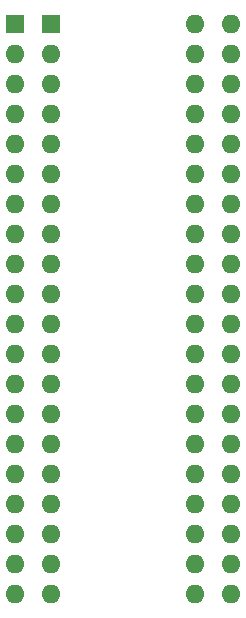
<source format=gbr>
%TF.GenerationSoftware,KiCad,Pcbnew,(5.1.10)-1*%
%TF.CreationDate,2021-09-10T13:11:33+02:00*%
%TF.ProjectId,SensibleRAM,53656e73-6962-46c6-9552-414d2e6b6963,rev?*%
%TF.SameCoordinates,Original*%
%TF.FileFunction,Soldermask,Bot*%
%TF.FilePolarity,Negative*%
%FSLAX46Y46*%
G04 Gerber Fmt 4.6, Leading zero omitted, Abs format (unit mm)*
G04 Created by KiCad (PCBNEW (5.1.10)-1) date 2021-09-10 13:11:33*
%MOMM*%
%LPD*%
G01*
G04 APERTURE LIST*
%ADD10O,1.600000X1.600000*%
%ADD11R,1.600000X1.600000*%
G04 APERTURE END LIST*
D10*
%TO.C,U1*%
X148240000Y-83000000D03*
X133000000Y-131260000D03*
X148240000Y-85540000D03*
X133000000Y-128720000D03*
X148240000Y-88080000D03*
X133000000Y-126180000D03*
X148240000Y-90620000D03*
X133000000Y-123640000D03*
X148240000Y-93160000D03*
X133000000Y-121100000D03*
X148240000Y-95700000D03*
X133000000Y-118560000D03*
X148240000Y-98240000D03*
X133000000Y-116020000D03*
X148240000Y-100780000D03*
X133000000Y-113480000D03*
X148240000Y-103320000D03*
X133000000Y-110940000D03*
X148240000Y-105860000D03*
X133000000Y-108400000D03*
X148240000Y-108400000D03*
X133000000Y-105860000D03*
X148240000Y-110940000D03*
X133000000Y-103320000D03*
X148240000Y-113480000D03*
X133000000Y-100780000D03*
X148240000Y-116020000D03*
X133000000Y-98240000D03*
X148240000Y-118560000D03*
X133000000Y-95700000D03*
X148240000Y-121100000D03*
X133000000Y-93160000D03*
X148240000Y-123640000D03*
X133000000Y-90620000D03*
X148240000Y-126180000D03*
X133000000Y-88080000D03*
X148240000Y-128720000D03*
X133000000Y-85540000D03*
X148240000Y-131260000D03*
D11*
X133000000Y-83000000D03*
%TD*%
%TO.C,U2*%
X136000000Y-83000000D03*
D10*
X151240000Y-131260000D03*
X136000000Y-85540000D03*
X151240000Y-128720000D03*
X136000000Y-88080000D03*
X151240000Y-126180000D03*
X136000000Y-90620000D03*
X151240000Y-123640000D03*
X136000000Y-93160000D03*
X151240000Y-121100000D03*
X136000000Y-95700000D03*
X151240000Y-118560000D03*
X136000000Y-98240000D03*
X151240000Y-116020000D03*
X136000000Y-100780000D03*
X151240000Y-113480000D03*
X136000000Y-103320000D03*
X151240000Y-110940000D03*
X136000000Y-105860000D03*
X151240000Y-108400000D03*
X136000000Y-108400000D03*
X151240000Y-105860000D03*
X136000000Y-110940000D03*
X151240000Y-103320000D03*
X136000000Y-113480000D03*
X151240000Y-100780000D03*
X136000000Y-116020000D03*
X151240000Y-98240000D03*
X136000000Y-118560000D03*
X151240000Y-95700000D03*
X136000000Y-121100000D03*
X151240000Y-93160000D03*
X136000000Y-123640000D03*
X151240000Y-90620000D03*
X136000000Y-126180000D03*
X151240000Y-88080000D03*
X136000000Y-128720000D03*
X151240000Y-85540000D03*
X136000000Y-131260000D03*
X151240000Y-83000000D03*
%TD*%
M02*

</source>
